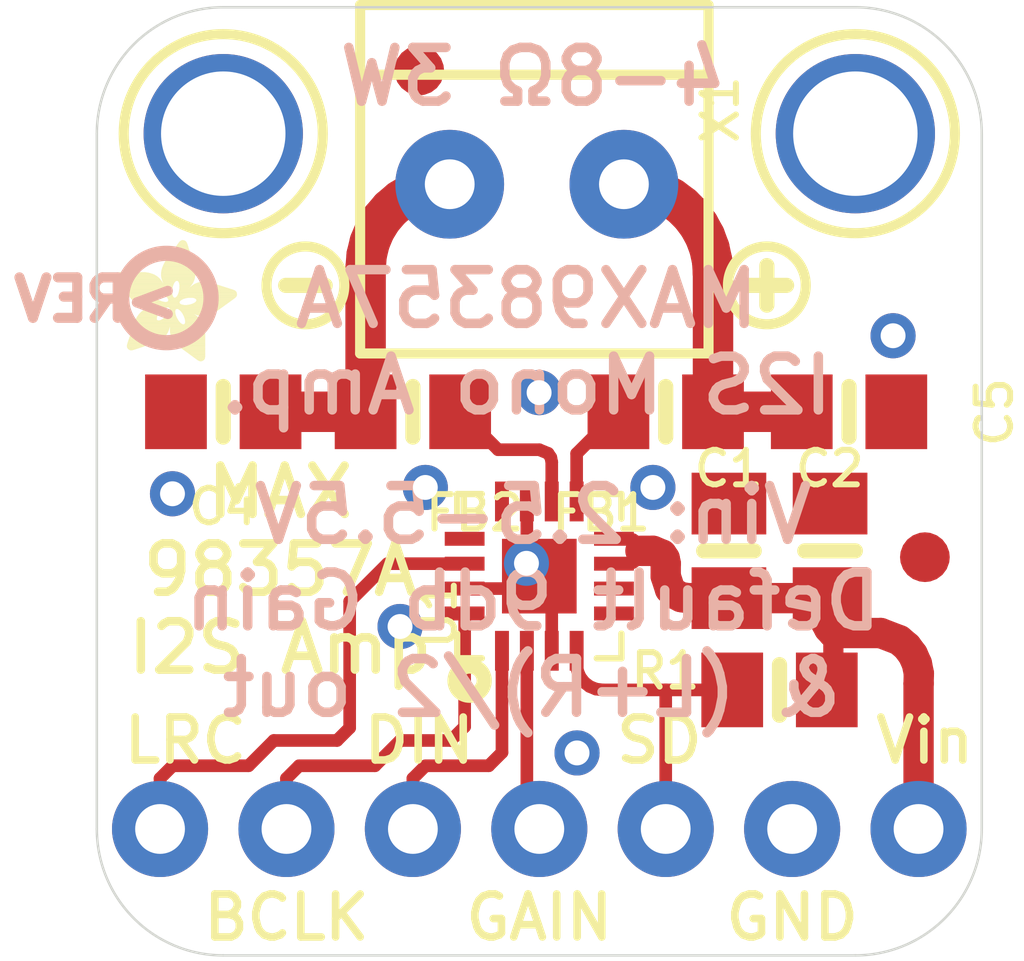
<source format=kicad_pcb>
(kicad_pcb (version 20211014) (generator pcbnew)
  (layers (0 "F.Cu" signal) (31 "B.Cu" signal) (34 "B.Paste" user) (35 "F.Paste" user) (36 "B.SilkS" user "B.Silkscreen") (37 "F.SilkS" user "F.Silkscreen") (38 "B.Mask" user) (39 "F.Mask" user) (44 "Edge.Cuts" user))
  (net 0 "")
  (net 1 "GND")
  (net 2 "VDD")
  (net 3 "SD_MODE")
  (net 4 "N$5")
  (net 5 "N$6")
  (net 6 "VO-")
  (net 7 "VO+")
  (net 8 "BCLK")
  (net 9 "LRCLK")
  (net 10 "DIN")
  (net 11 "GAIN")
  (footprint "boardEagle:0805-NO" (layer "F.Cu") (at 151.0411 103.6066)
    (fp_text reference "FB1" (at -2.3495 2.032) (layer "F.SilkS") (effects (font (size 0.692831 0.692831) (thickness 0.119969)) (justify left)))
    (fp_text value "Ferrite")
    (pad "1" smd rect (at -0.95 0) (size 1.24 1.5) (layers "F.Cu" "F.Paste" "F.Mask") (net 5 "N$6"))
    (pad "2" smd rect (at 0.95 0) (size 1.24 1.5) (layers "F.Cu" "F.Paste" "F.Mask") (net 7 "VO+"))
  )
  (footprint "boardEagle:0805-NO" (layer "F.Cu") (at 152.3111 106.4006 90)
    (fp_text reference "C1" (at 1.651 -0.762) (layer "F.SilkS") (effects (font (size 0.692831 0.692831) (thickness 0.119969)) (justify left)))
    (fp_text value "0.1uF")
    (pad "1" smd rect (at -0.95 0 90) (size 1.24 1.5) (layers "F.Cu" "F.Paste" "F.Mask") (net 2 "VDD"))
    (pad "2" smd rect (at 0.95 0 90) (size 1.24 1.5) (layers "F.Cu" "F.Paste" "F.Mask") (net 1 "GND"))
  )
  (footprint "boardEagle:TERMBLOCK_1X2-3.5MM" (layer "F.Cu") (at 148.5011 99.0346 180)
    (fp_text reference "X1" (at -3.636 2.238 90) (layer "F.SilkS") (effects (font (size 0.692831 0.692831) (thickness 0.119969)) (justify right)))
    (fp_text value "")
    (pad "1" thru_hole circle (at 1.8 0 180) (size 2.1844 2.1844) (drill 1) (layers *.Cu *.Mask) (net 6 "VO-"))
    (pad "2" thru_hole circle (at -1.7 0 180) (size 2.1844 2.1844) (drill 1) (layers *.Cu *.Mask) (net 7 "VO+"))
  )
  (footprint "boardEagle:0805-NO" (layer "F.Cu") (at 153.3271 109.1946)
    (fp_text reference "R1" (at -3.048 -0.381) (layer "F.SilkS") (effects (font (size 0.692831 0.692831) (thickness 0.119969)) (justify left)))
    (fp_text value "1M")
    (pad "1" smd rect (at -0.95 0) (size 1.24 1.5) (layers "F.Cu" "F.Paste" "F.Mask") (net 3 "SD_MODE"))
    (pad "2" smd rect (at 0.95 0) (size 1.24 1.5) (layers "F.Cu" "F.Paste" "F.Mask") (net 2 "VDD"))
  )
  (footprint "boardEagle:0805-NO" (layer "F.Cu") (at 154.7241 103.6066)
    (fp_text reference "C5" (at 2.921 0.762 90) (layer "F.SilkS") (effects (font (size 0.692831 0.692831) (thickness 0.119969)) (justify left)))
    (fp_text value "220pF")
    (pad "1" smd rect (at -0.95 0) (size 1.24 1.5) (layers "F.Cu" "F.Paste" "F.Mask") (net 7 "VO+"))
    (pad "2" smd rect (at 0.95 0) (size 1.24 1.5) (layers "F.Cu" "F.Paste" "F.Mask") (net 1 "GND"))
  )
  (footprint "boardEagle:MOUNTINGHOLE_2.5_PLATED" (layer "F.Cu") (at 142.1511 98.0186)
    (fp_text reference "U$10" hide)
    (fp_text value "MOUNTINGHOLE2.5" hide)
    (pad "P$1" thru_hole circle (at 0 0) (size 3.2 3.2) (drill 2.5) (layers *.Cu *.Mask))
  )
  (footprint "boardEagle:SYMBOL_MINUS" (layer "F.Cu") (at 143.8021 101.0666 180)
    (fp_text reference "U$11" hide)
    (fp_text value "" hide)
  )
  (footprint "boardEagle:0805-NO" (layer "F.Cu") (at 142.1511 103.6066 180)
    (fp_text reference "C4" (at 0.762 -1.905) (layer "F.SilkS") (effects (font (size 0.692831 0.692831) (thickness 0.119969)) (justify left)))
    (fp_text value "220pF")
    (pad "1" smd rect (at -0.95 0 180) (size 1.24 1.5) (layers "F.Cu" "F.Paste" "F.Mask") (net 6 "VO-"))
    (pad "2" smd rect (at 0.95 0 180) (size 1.24 1.5) (layers "F.Cu" "F.Paste" "F.Mask") (net 1 "GND"))
  )
  (footprint "boardEagle:MOUNTINGHOLE_2.5_PLATED" (layer "F.Cu") (at 154.8511 98.0186)
    (fp_text reference "U$9" hide)
    (fp_text value "MOUNTINGHOLE2.5" hide)
    (pad "P$1" thru_hole circle (at 0 0) (size 3.2 3.2) (drill 2.5) (layers *.Cu *.Mask))
  )
  (footprint "boardEagle:QFN16_3MM" (layer "F.Cu") (at 148.5011 106.9086 90)
    (fp_text reference "U1" (at -1.524 -2.032 90) (layer "F.SilkS") (effects (font (size 0.692831 0.692831) (thickness 0.119969)) (justify left)))
    (fp_text value "MAX98357A")
    (pad "1" smd rect (at -1.5 -0.75 90) (size 0.8 0.28) (layers "F.Cu" "F.Paste") (net 10 "DIN"))
    (pad "2" smd rect (at -1.5 -0.25 90) (size 0.8 0.28) (layers "F.Cu" "F.Paste") (net 11 "GAIN"))
    (pad "3" smd rect (at -1.5 0.25 90) (size 0.8 0.28) (layers "F.Cu" "F.Paste") (net 1 "GND"))
    (pad "4" smd rect (at -1.5 0.75 90) (size 0.8 0.28) (layers "F.Cu" "F.Paste") (net 3 "SD_MODE"))
    (pad "5" smd rect (at -0.75 1.5 180) (size 0.8 0.28) (layers "F.Cu" "F.Paste"))
    (pad "6" smd rect (at -0.25 1.5 180) (size 0.8 0.28) (layers "F.Cu" "F.Paste"))
    (pad "7" smd rect (at 0.25 1.5 180) (size 0.8 0.28) (layers "F.Cu" "F.Paste") (net 2 "VDD"))
    (pad "8" smd rect (at 0.75 1.5 180) (size 0.8 0.28) (layers "F.Cu" "F.Paste") (net 2 "VDD"))
    (pad "9" smd rect (at 1.5 0.75 270) (size 0.8 0.28) (layers "F.Cu" "F.Paste") (net 5 "N$6"))
    (pad "10" smd rect (at 1.5 0.25 270) (size 0.8 0.28) (layers "F.Cu" "F.Paste") (net 4 "N$5"))
    (pad "11" smd rect (at 1.5 -0.25 270) (size 0.8 0.28) (layers "F.Cu" "F.Paste") (net 1 "GND"))
    (pad "12" smd rect (at 1.5 -0.75 270) (size 0.8 0.28) (layers "F.Cu" "F.Paste"))
    (pad "13" smd rect (at 0.75 -1.5) (size 0.8 0.28) (layers "F.Cu" "F.Paste"))
    (pad "14" smd rect (at 0.25 -1.5) (size 0.8 0.28) (layers "F.Cu" "F.Paste") (net 9 "LRCLK"))
    (pad "15" smd rect (at -0.25 -1.5) (size 0.8 0.28) (layers "F.Cu" "F.Paste") (net 1 "GND"))
    (pad "16" smd rect (at -0.75 -1.5) (size 0.8 0.28) (layers "F.Cu" "F.Paste") (net 8 "BCLK"))
    (pad "THERMAL" smd rect (at 0 0 90) (size 1.5 1.5) (layers "F.Cu" "F.Mask") (net 1 "GND"))
  )
  (footprint "boardEagle:1X07_ROUND_76" (layer "F.Cu") (at 148.5011 111.9886 180)
    (fp_text reference "JP1" hide)
    (fp_text value "")
    (pad "1" thru_hole circle (at -7.62 0 270) (size 1.9304 1.9304) (drill 1) (layers *.Cu *.Mask) (net 2 "VDD"))
    (pad "2" thru_hole circle (at -5.08 0 270) (size 1.9304 1.9304) (drill 1) (layers *.Cu *.Mask) (net 1 "GND"))
    (pad "3" thru_hole circle (at -2.54 0 270) (size 1.9304 1.9304) (drill 1) (layers *.Cu *.Mask) (net 3 "SD_MODE"))
    (pad "4" thru_hole circle (at 0 0 270) (size 1.9304 1.9304) (drill 1) (layers *.Cu *.Mask) (net 11 "GAIN"))
    (pad "5" thru_hole circle (at 2.54 0 270) (size 1.9304 1.9304) (drill 1) (layers *.Cu *.Mask) (net 10 "DIN"))
    (pad "6" thru_hole circle (at 5.08 0 270) (size 1.9304 1.9304) (drill 1) (layers *.Cu *.Mask) (net 8 "BCLK"))
    (pad "7" thru_hole circle (at 7.62 0 270) (size 1.9304 1.9304) (drill 1) (layers *.Cu *.Mask) (net 9 "LRCLK"))
  )
  (footprint "boardEagle:0805-NO" (layer "F.Cu") (at 145.9611 103.6066 180)
    (fp_text reference "FB2" (at -0.1905 -2.032) (layer "F.SilkS") (effects (font (size 0.692831 0.692831) (thickness 0.119969)) (justify left)))
    (fp_text value "Ferrite")
    (pad "1" smd rect (at -0.95 0 180) (size 1.24 1.5) (layers "F.Cu" "F.Paste" "F.Mask") (net 4 "N$5"))
    (pad "2" smd rect (at 0.95 0 180) (size 1.24 1.5) (layers "F.Cu" "F.Paste" "F.Mask") (net 6 "VO-"))
  )
  (footprint "boardEagle:0805-NO" (layer "F.Cu") (at 154.3431 106.4006 90)
    (fp_text reference "C2" (at 1.651 -0.762) (layer "F.SilkS") (effects (font (size 0.692831 0.692831) (thickness 0.119969)) (justify left)))
    (fp_text value "10uF")
    (pad "1" smd rect (at -0.95 0 90) (size 1.24 1.5) (layers "F.Cu" "F.Paste" "F.Mask") (net 2 "VDD"))
    (pad "2" smd rect (at 0.95 0 90) (size 1.24 1.5) (layers "F.Cu" "F.Paste" "F.Mask") (net 1 "GND"))
  )
  (footprint "boardEagle:FIDUCIAL_1MM" (layer "F.Cu") (at 156.2481 106.5276)
    (fp_text reference "FID1" hide)
    (fp_text value "FIDUCIAL\"\"" hide)
    (pad "1" smd roundrect (at 0 0) (size 1 1) (layers "F.Cu" "F.Mask") (roundrect_rratio 0.5))
  )
  (footprint "boardEagle:FIDUCIAL_1MM" (layer "F.Cu") (at 146.0881 96.7486)
    (fp_text reference "FID2" hide)
    (fp_text value "FIDUCIAL\"\"" hide)
    (pad "1" smd roundrect (at 0 0) (size 1 1) (layers "F.Cu" "F.Mask") (roundrect_rratio 0.5))
  )
  (footprint "boardEagle:SYMBOL_PLUS" (layer "F.Cu") (at 153.0731 101.0666)
    (fp_text reference "U$6" hide)
    (fp_text value "" hide)
  )
  (footprint "boardEagle:ADAFRUIT_2.5MM" (layer "F.Cu") (at 139.9921 102.5906)
    (fp_text reference "U$14" hide)
    (fp_text value "" hide)
  )
  (footprint "boardEagle:PCBFEAT-REV-040" (layer "B.Cu") (at 141.0081 101.3206 180)
    (fp_text reference "U$15" hide)
    (fp_text value "" hide)
    (fp_text user ">REV" (at -0.3556 -0.508) (layer "B.SilkS") (effects (font (size 0.8128 0.8128) (thickness 0.2032)) (justify left bottom mirror)))
  )
  (gr_line (start 139.6111 111.9886) (end 139.6111 98.0186) (layer "Edge.Cuts") (width 0.05))
  (gr_line (start 157.3911 98.0186) (end 157.3911 111.9886) (layer "Edge.Cuts") (width 0.05))
  (gr_arc (start 142.1511 114.5286) (mid 140.355049 113.784651) (end 139.6111 111.9886) (layer "Edge.Cuts") (width 0.05))
  (gr_arc (start 157.3911 111.9886) (mid 156.647151 113.784651) (end 154.8511 114.5286) (layer "Edge.Cuts") (width 0.05))
  (gr_arc (start 139.6111 98.0186) (mid 140.355049 96.222549) (end 142.1511 95.4786) (layer "Edge.Cuts") (width 0.05))
  (gr_line (start 142.1511 95.4786) (end 154.8511 95.4786) (layer "Edge.Cuts") (width 0.05))
  (gr_line (start 154.8511 114.5286) (end 142.1511 114.5286) (layer "Edge.Cuts") (width 0.05))
  (gr_arc (start 154.8511 95.4786) (mid 156.647151 96.222549) (end 157.3911 98.0186) (layer "Edge.Cuts") (width 0.05))
  (gr_text "4-8Ω 3W" (at 148.3741 96.8756) (layer "B.SilkS") (effects (font (size 1.0795 1.0795) (thickness 0.1905)) (justify mirror)))
  (gr_text "MAX98357A\nI2S Mono Amp." (at 148.2471 102.2096) (layer "B.SilkS") (effects (font (size 1.0795 1.0795) (thickness 0.1905)) (justify mirror)))
  (gr_text "Vin: 2.5-5.5V\nDefault 9db Gain\n& (L+R)/2 out" (at 148.3741 107.4166) (layer "B.SilkS") (effects (font (size 1.0795 1.0795) (thickness 0.1905)) (justify mirror)))
  (gr_text "LRC" (at 141.3891 110.2106) (layer "F.SilkS") (effects (font (size 0.8636 0.8636) (thickness 0.1524))))
  (gr_text "DIN" (at 146.0881 110.2106) (layer "F.SilkS") (effects (font (size 0.8636 0.8636) (thickness 0.1524))))
  (gr_text "GND" (at 153.5811 113.7666) (layer "F.SilkS") (effects (font (size 0.8636 0.8636) (thickness 0.1524))))
  (gr_text "Vin" (at 156.2481 110.2106) (layer "F.SilkS") (effects (font (size 0.8636 0.8636) (thickness 0.1524))))
  (gr_text "SD" (at 150.9141 110.2106) (layer "F.SilkS") (effects (font (size 0.8636 0.8636) (thickness 0.1524))))
  (gr_text "GAIN" (at 148.5011 113.7666) (layer "F.SilkS") (effects (font (size 0.8636 0.8636) (thickness 0.1524))))
  (gr_text "MAX\n98357A\nI2S Amp" (at 143.2941 106.7816) (layer "F.SilkS") (effects (font (size 0.97155 0.97155) (thickness 0.17145))))
  (gr_text "BCLK" (at 143.4211 113.7666) (layer "F.SilkS") (effects (font (size 0.8636 0.8636) (thickness 0.1524))))
  (segment (start 148.2511 107.1586) (end 148.346771 107.13957) (width 0.254) (layer "F.Cu") (net 1))
  (segment (start 148.73207 107.062929) (end 148.677877 106.981823) (width 0.254) (layer "F.Cu") (net 1))
  (segment (start 148.427877 107.085377) (end 148.5011 106.9086) (width 0.254) (layer "F.Cu") (net 1))
  (segment (start 148.324323 106.835377) (end 148.5011 106.9086) (width 0.254) (layer "F.Cu") (net 1))
  (segment (start 148.2511 106.6586) (end 148.2511 106.6586) (width 0.254) (layer "F.Cu") (net 1))
  (segment (start 148.7511 107.1586) (end 148.7511 107.1586) (width 0.254) (layer "F.Cu") (net 1))
  (segment (start 148.677877 106.981823) (end 148.5011 106.9086) (width 0.254) (layer "F.Cu") (net 1))
  (segment (start 148.346771 107.13957) (end 148.427877 107.085377) (width 0.254) (layer "F.Cu") (net 1))
  (segment (start 148.7511 107.1586) (end 148.73207 107.062929) (width 0.254) (layer "F.Cu") (net 1))
  (segment (start 148.27013 106.754271) (end 148.324323 106.835377) (width 0.254) (layer "F.Cu") (net 1))
  (segment (start 148.2511 107.1586) (end 148.2511 107.1586) (width 0.254) (layer "F.Cu") (net 1))
  (segment (start 147.0011 107.1586) (end 148.2511 107.1586) (width 0.254) (layer "F.Cu") (net 1))
  (segment (start 148.2511 105.4086) (end 148.2511 106.6586) (width 0.254) (layer "F.Cu") (net 1))
  (segment (start 148.2511 106.6586) (end 148.27013 106.754271) (width 0.254) (layer "F.Cu") (net 1))
  (segment (start 148.7511 108.4086) (end 148.7511 107.1586) (width 0.254) (layer "F.Cu") (net 1))
  (via (at 155.6091 102.0786) (size 0.9064) (drill 0.5) (layers "F.Cu" "B.Cu") (net 1))
  (via (at 145.7031 107.9206) (size 0.9064) (drill 0.5) (layers "F.Cu" "B.Cu") (net 1))
  (via (at 148.4971 103.2216) (size 0.9064) (drill 0.5) (layers "F.Cu" "B.Cu") (net 1))
  (via (at 146.2111 105.1266) (size 0.9064) (drill 0.5) (layers "F.Cu" "B.Cu") (net 1))
  (via (at 141.1311 105.2536) (size 0.9064) (drill 0.5) (layers "F.Cu" "B.Cu") (net 1))
  (via (at 150.7831 105.1266) (size 0.9064) (drill 0.5) (layers "F.Cu" "B.Cu") (net 1))
  (via (at 148.2431 106.6506) (size 0.9064) (drill 0.5) (layers "F.Cu" "B.Cu") (net 1))
  (via (at 149.2591 110.4606) (size 0.9064) (drill 0.5) (layers "F.Cu" "B.Cu") (net 1))
  (segment (start 151.0411 106.6546) (end 151.021765 106.557398) (width 0.6096) (layer "F.Cu") (net 2))
  (segment (start 152.3111 107.3506) (end 151.4831 107.3506) (width 0.6096) (layer "F.Cu") (net 2))
  (segment (start 150.966705 106.474995) (end 150.7871 106.4006) (width 0.6096) (layer "F.Cu") (net 2))
  (segment (start 150.46222 106.22948) (end 150.5331 106.4006) (width 0.254) (layer "F.Cu") (net 2))
  (segment (start 156.006331 108.48561) (end 155.885675 108.324735) (width 0.6096) (layer "F.Cu") (net 2))
  (segment (start 154.4091 109.5706) (end 154.321185 109.504578) (width 0.4064) (layer "F.Cu") (net 2))
  (segment (start 156.127071 108.866595) (end 156.088165 108.6693) (width 0.6096) (layer "F.Cu") (net 2))
  (segment (start 155.732246 108.194742) (end 155.3591 108.0516) (width 0.6096) (layer "F.Cu") (net 2))
  (segment (start 156.1211 111.9886) (end 156.1211 109.0676) (width 0.6096) (layer "F.Cu") (net 2))
  (segment (start 150.2911 106.1586) (end 150.2911 106.1586) (width 0.254) (layer "F.Cu") (net 2))
  (segment (start 151.346514 107.328967) (end 151.223299 107.266186) (width 0.6096) (layer "F.Cu") (net 2))
  (segment (start 154.273992 107.460676) (end 154.3431 107.3506) (width 0.6096) (layer "F.Cu") (net 2))
  (segment (start 154.4091 109.5706) (end 154.4091 109.5706) (width 0.4064) (layer "F.Cu") (net 2))
  (segment (start 150.457534 106.583034) (end 150.5331 106.4006) (width 0.254) (layer "F.Cu") (net 2))
  (segment (start 151.0411 106.9086) (end 151.0411 106.6546) (width 0.6096) (layer "F.Cu") (net 2))
  (segment (start 150.0011 106.1586) (end 150.2911 106.1586) (width 0.254) (layer "F.Cu") (net 2))
  (segment (start 151.4831 107.3506) (end 151.346514 107.328967) (width 0.6096) (layer "F.Cu") (net 2))
  (segment (start 150.383709 106.177021) (end 150.46222 106.22948) (width 0.254) (layer "F.Cu") (net 2))
  (segment (start 154.4091 108.0516) (end 154.4091 108.0516) (width 0.6096) (layer "F.Cu") (net 2))
  (segment (start 156.1211 109.0676) (end 156.1211 109.0676) (width 0.6096) (layer "F.Cu") (net 2))
  (segment (start 150.2751 106.6586) (end 150.373832 106.638961) (width 0.254) (layer "F.Cu") (net 2))
  (segment (start 151.0411 106.6546) (end 151.0411 106.6546) (width 0.6096) (layer "F.Cu") (net 2))
  (segment (start 150.0011 106.6586) (end 150.2751 106.6586) (width 0.254) (layer "F.Cu") (net 2))
  (segment (start 156.1211 109.0676) (end 156.127071 108.866595) (width 0.6096) (layer "F.Cu") (net 2))
  (segment (start 154.321185 109.504578) (end 154.265228 109.409938) (width 0.4064) (layer "F.Cu") (net 2))
  (segment (start 150.373832 106.638961) (end 150.457534 106.583034) (width 0.254) (layer "F.Cu") (net 2))
  (segment (start 151.223299 107.266186) (end 151.125514 107.168401) (width 0.6096) (layer "F.Cu") (net 2))
  (segment (start 155.3591 108.0516) (end 154.4091 108.0516) (width 0.6096) (layer "F.Cu") (net 2))
  (segment (start 154.4091 108.0516) (end 154.4091 109.5706) (width 0.4064) (layer "F.Cu") (net 2))
  (segment (start 156.088165 108.6693) (end 156.006331 108.48561) (width 0.6096) (layer "F.Cu") (net 2))
  (segment (start 151.125514 107.168401) (end 151.0411 106.9086) (width 0.6096) (layer "F.Cu") (net 2))
  (segment (start 150.7871 106.4006) (end 150.5331 106.4006) (width 0.6096) (layer "F.Cu") (net 2))
  (segment (start 154.230918 107.714769) (end 154.235729 107.584887) (width 0.6096) (layer "F.Cu") (net 2))
  (segment (start 154.259887 107.841471) (end 154.230918 107.714769) (width 0.6096) (layer "F.Cu") (net 2))
  (segment (start 154.4091 108.0516) (end 154.320661 107.956358) (width 0.6096) (layer "F.Cu") (net 2))
  (segment (start 150.2751 106.6586) (end 150.2751 106.6586) (width 0.254) (layer "F.Cu") (net 2))
  (segment (start 154.235729 107.584887) (end 154.273992 107.460676) (width 0.6096) (layer "F.Cu") (net 2))
  (segment (start 150.2911 106.1586) (end 150.383709 106.177021) (width 0.254) (layer "F.Cu") (net 2))
  (segment (start 151.021765 106.557398) (end 150.966705 106.474995) (width 0.6096) (layer "F.Cu") (net 2))
  (segment (start 154.265228 109.409938) (end 154.2771 109.1946) (width 0.4064) (layer "F.Cu") (net 2))
  (segment (start 151.4831 107.3506) (end 151.4831 107.3506) (width 0.6096) (layer "F.Cu") (net 2))
  (segment (start 154.320661 107.956358) (end 154.259887 107.841471) (width 0.6096) (layer "F.Cu") (net 2))
  (segment (start 155.885675 108.324735) (end 155.732246 108.194742) (width 0.6096) (layer "F.Cu") (net 2))
  (segment (start 154.3431 107.3506) (end 152.3111 107.3506) (width 0.6096) (layer "F.Cu") (net 2))
  (segment (start 149.320767 108.9346) (end 149.403404 109.042296) (width 0.254) (layer "F.Cu") (net 3))
  (segment (start 149.7711 109.1946) (end 151.0411 109.1946) (width 0.254) (layer "F.Cu") (net 3))
  (segment (start 149.2511 108.4086) (end 149.2511 108.6746) (width 0.254) (layer "F.Cu") (net 3))
  (segment (start 149.2511 108.6746) (end 149.268819 108.809186) (width 0.254) (layer "F.Cu") (net 3))
  (segment (start 149.636514 109.176881) (end 149.7711 109.1946) (width 0.254) (layer "F.Cu") (net 3))
  (segment (start 149.403404 109.042296) (end 149.5111 109.124933) (width 0.254) (layer "F.Cu") (net 3))
  (segment (start 149.268819 108.809186) (end 149.320767 108.9346) (width 0.254) (layer "F.Cu") (net 3))
  (segment (start 149.2511 108.6746) (end 149.2511 108.6746) (width 0.254) (layer "F.Cu") (net 3))
  (segment (start 151.0411 109.1946) (end 152.3771 109.1946) (width 0.254) (layer "F.Cu") (net 3))
  (segment (start 149.5111 109.124933) (end 149.636514 109.176881) (width 0.254) (layer "F.Cu") (net 3))
  (segment (start 151.0411 111.9886) (end 151.0411 109.1946) (width 0.254) (layer "F.Cu") (net 3))
  (segment (start 148.7511 104.6186) (end 148.73207 104.522929) (width 0.254) (layer "F.Cu") (net 4))
  (segment (start 148.677877 104.441823) (end 148.5011 104.3686) (width 0.254) (layer "F.Cu") (net 4))
  (segment (start 147.6731 104.3686) (end 146.9111 103.6066) (width 0.254) (layer "F.Cu") (net 4))
  (segment (start 148.7511 104.6186) (end 148.7511 104.6186) (width 0.254) (layer "F.Cu") (net 4))
  (segment (start 148.7511 105.4086) (end 148.7511 104.6186) (width 0.254) (layer "F.Cu") (net 4))
  (segment (start 148.73207 104.522929) (end 148.677877 104.441823) (width 0.254) (layer "F.Cu") (net 4))
  (segment (start 148.5011 104.3686) (end 147.6731 104.3686) (width 0.254) (layer "F.Cu") (net 4))
  (segment (start 149.2511 104.4466) (end 150.0911 103.6066) (width 0.254) (layer "F.Cu") (net 5))
  (segment (start 149.2511 105.4086) (end 149.2511 104.4466) (width 0.254) (layer "F.Cu") (net 5))
  (segment (start 146.178861 99.117314) (end 146.7011 99.0346) (width 0.8128) (layer "F.Cu") (net 6))
  (segment (start 145.031907 100.460226) (end 145.093814 100.202361) (width 0.8128) (layer "F.Cu") (net 6))
  (segment (start 145.0111 100.7246) (end 145.0111 100.7246) (width 0.8128) (layer "F.Cu") (net 6))
  (segment (start 145.707743 99.357361) (end 145.933856 99.218799) (width 0.8128) (layer "F.Cu") (net 6))
  (segment (start 145.0111 103.6066) (end 143.1011 103.6066) (width 0.8128) (layer "F.Cu") (net 6))
  (segment (start 145.195299 99.957356) (end 145.333861 99.731243) (width 0.8128) (layer "F.Cu") (net 6))
  (segment (start 145.0111 103.6066) (end 145.0111 100.7246) (width 0.8128) (layer "F.Cu") (net 6))
  (segment (start 145.093814 100.202361) (end 145.195299 99.957356) (width 0.8128) (layer "F.Cu") (net 6))
  (segment (start 145.50609 99.52959) (end 145.707743 99.357361) (width 0.8128) (layer "F.Cu") (net 6))
  (segment (start 145.0111 100.7246) (end 145.031907 100.460226) (width 0.8128) (layer "F.Cu") (net 6))
  (segment (start 145.933856 99.218799) (end 146.178861 99.117314) (width 0.8128) (layer "F.Cu") (net 6))
  (segment (start 145.333861 99.731243) (end 145.50609 99.52959) (width 0.8128) (layer "F.Cu") (net 6))
  (segment (start 151.168847 99.318756) (end 150.944693 99.196359) (width 0.8128) (layer "F.Cu") (net 7))
  (segment (start 150.944693 99.196359) (end 150.705401 99.107108) (width 0.8128) (layer "F.Cu") (net 7))
  (segment (start 150.455844 99.05282) (end 150.2011 99.0346) (width 0.8128) (layer "F.Cu") (net 7))
  (segment (start 151.918592 100.320299) (end 151.829341 100.081007) (width 0.8128) (layer "F.Cu") (net 7))
  (segment (start 150.705401 99.107108) (end 150.455844 99.05282) (width 0.8128) (layer "F.Cu") (net 7))
  (segment (start 151.706944 99.856853) (end 151.553892 99.652399) (width 0.8128) (layer "F.Cu") (net 7))
  (segment (start 151.9911 100.8246) (end 151.9911 100.8246) (width 0.8128) (layer "F.Cu") (net 7))
  (segment (start 151.9911 100.8246) (end 151.97288 100.569856) (width 0.8128) (layer "F.Cu") (net 7))
  (segment (start 151.373301 99.471808) (end 151.168847 99.318756) (width 0.8128) (layer "F.Cu") (net 7))
  (segment (start 151.829341 100.081007) (end 151.706944 99.856853) (width 0.8128) (layer "F.Cu") (net 7))
  (segment (start 151.553892 99.652399) (end 151.373301 99.471808) (width 0.8128) (layer "F.Cu") (net 7))
  (segment (start 151.97288 100.569856) (end 151.918592 100.320299) (width 0.8128) (layer "F.Cu") (net 7))
  (segment (start 151.9911 103.6066) (end 151.9911 100.8246) (width 0.8128) (layer "F.Cu") (net 7))
  (segment (start 153.7741 103.6066) (end 151.9911 103.6066) (width 0.8128) (layer "F.Cu") (net 7))
  (segment (start 147.0011 107.6586) (end 147.0011 109.9326) (width 0.254) (layer "F.Cu") (net 8))
  (segment (start 146.7231 110.2106) (end 145.7071 110.2106) (width 0.254) (layer "F.Cu") (net 8))
  (segment (start 143.4211 110.9726) (end 143.4211 111.9886) (width 0.254) (layer "F.Cu") (net 8))
  (segment (start 145.7071 110.2106) (end 145.1991 110.7186) (width 0.254) (layer "F.Cu") (net 8))
  (segment (start 147.0011 109.9326) (end 146.7231 110.2106) (width 0.254) (layer "F.Cu") (net 8))
  (segment (start 143.6751 110.7186) (end 143.4211 110.9726) (width 0.254) (layer "F.Cu") (net 8))
  (segment (start 145.1991 110.7186) (end 143.6751 110.7186) (width 0.254) (layer "F.Cu") (net 8))
  (segment (start 140.8811 110.9726) (end 140.8811 111.9886) (width 0.254) (layer "F.Cu") (net 9))
  (segment (start 147.0011 106.6586) (end 145.4491 106.6586) (width 0.254) (layer "F.Cu") (net 9))
  (segment (start 143.1671 110.2106) (end 142.6591 110.7186) (width 0.254) (layer "F.Cu") (net 9))
  (segment (start 142.6591 110.7186) (end 141.1351 110.7186) (width 0.254) (layer "F.Cu") (net 9))
  (segment (start 145.4491 106.6586) (end 144.6911 107.4166) (width 0.254) (layer "F.Cu") (net 9))
  (segment (start 144.6911 109.9566) (end 144.4371 110.2106) (width 0.254) (layer "F.Cu") (net 9))
  (segment (start 144.6911 107.4166) (end 144.6911 109.9566) (width 0.254) (layer "F.Cu") (net 9))
  (segment (start 144.4371 110.2106) (end 143.1671 110.2106) (width 0.254) (layer "F.Cu") (net 9))
  (segment (start 141.1351 110.7186) (end 140.8811 110.9726) (width 0.254) (layer "F.Cu") (net 9))
  (segment (start 146.2151 110.7186) (end 145.9611 110.9726) (width 0.254) (layer "F.Cu") (net 10))
  (segment (start 147.7511 108.4086) (end 147.7511 110.4526) (width 0.254) (layer "F.Cu") (net 10))
  (segment (start 145.9611 110.9726) (end 145.9611 111.9886) (width 0.254) (layer "F.Cu") (net 10))
  (segment (start 147.7511 110.4526) (end 147.4851 110.7186) (width 0.254) (layer "F.Cu") (net 10))
  (segment (start 147.4851 110.7186) (end 146.2151 110.7186) (width 0.254) (layer "F.Cu") (net 10))
  (segment (start 148.2511 108.4086) (end 148.2511 111.7386) (width 0.254) (layer "F.Cu") (net 11))
  (segment (start 148.27013 111.834271) (end 148.324323 111.915377) (width 0.254) (layer "F.Cu") (net 11))
  (segment (start 148.2511 111.7386) (end 148.27013 111.834271) (width 0.254) (layer "F.Cu") (net 11))
  (segment (start 148.2511 111.7386) (end 148.2511 111.7386) (width 0.254) (layer "F.Cu") (net 11))
  (segment (start 148.324323 111.915377) (end 148.5011 111.9886) (width 0.254) (layer "F.Cu") (net 11))
)
</source>
